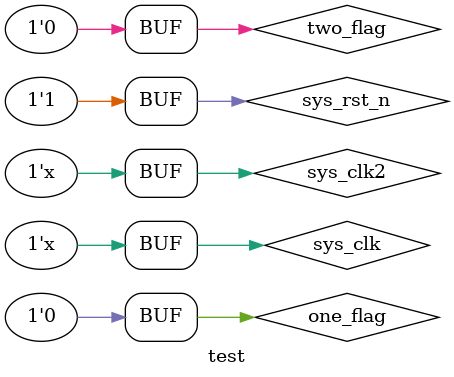
<source format=v>
`timescale 1ns/1ns
module test();

reg     sys_clk;
reg     sys_clk2;
reg     sys_rst_n;

always  #10 sys_clk <=  ~sys_clk;
always  #10 sys_clk2 <=  ~sys_clk2;

reg     one_flag;
reg     two_flag;

initial
    begin
        sys_clk     =   1'b1;
        sys_clk2    = 1'b0;
        sys_rst_n   <=  1'b0;
        one_flag    <= 1'b0;
        two_flag    <= 1'b0;
        #19
        sys_clk2    <= 1'b1;
        #100
        sys_rst_n   <=  1'b1;
        #10000
        two_flag <= 1'b1;
        #20
        two_flag <= 1'b0;
        #10000
        one_flag <= 1'b1;
        #20
        one_flag <= 1'b0;
        #10000
        one_flag <= 1'b1;
        #20
        one_flag <= 1'b0;
        #10000
        two_flag <= 1'b1;
        #20
        two_flag <= 1'b0;
    end

wire            camera_rstn;
wire    [15:0]  x_lenth    ;
wire    [15:0]  y_lenth    ;

camera_init_control camera_init_control_inst
(
    .clk         (sys_clk2),
    .rst_n       (sys_rst_n),
    .two_flag    (two_flag),
    .one_flag    (one_flag),

    .camera_rstn (camera_rstn),
    .x_lenth     (x_lenth),
    .y_lenth     (y_lenth)
);

endmodule

</source>
